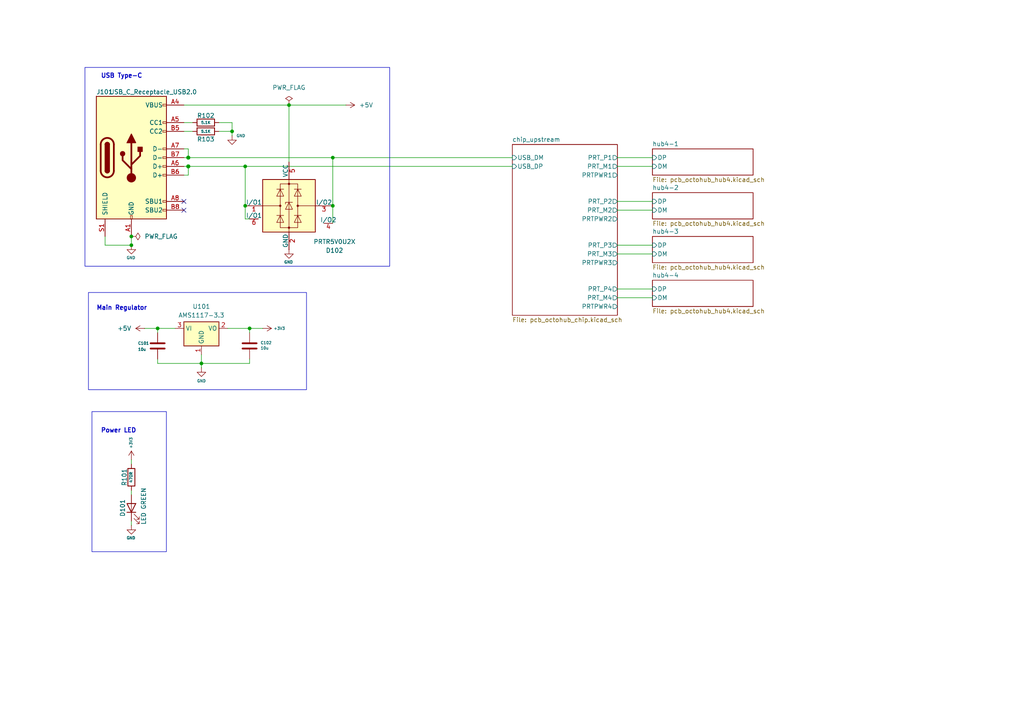
<source format=kicad_sch>
(kicad_sch (version 20231120) (generator "eeschema") (generator_version "8.0")
  (paper "A4")
  (title_block (title "Octoprobe octohub") (date "2024-05-22") (rev "0.1") (company "Hans Märki, Märki Informatik") (comment 1 "The MIT License (MIT)"))
  (lib_symbols
    (symbol "00_project_library:AMS1117-3.3"
      (property "Reference" "U" (at -3.81 3.175 0))
      (property "Value" "AMS1117-3.3" (at 0 3.175 0))
      (symbol "AMS1117-3.3_0_1"
        (rectangle (start -5.08 1.905) (end 5.08 -5.08) (stroke (width 0.254)) (fill (type background)))
      )
      (symbol "AMS1117-3.3_1_1"
        (pin power_in line (at 0 -7.62 90) (length 2.54) (name "GND") (number "1"))
        (pin power_out line (at 7.62 0 180) (length 2.54) (name "VO") (number "2"))
        (pin power_in line (at -7.62 0 0) (length 2.54) (name "VI") (number "3"))
      )
    )
    (symbol "00_project_library:C" (pin_numbers hide) (pin_names (offset 0.254))
      (property "Reference" "C" (at 0.635 2.54 0))
      (property "Value" "C" (at 0.635 -2.54 0))
      (symbol "C_0_1"
        (polyline (pts (xy -2.032 -0.762) (xy 2.032 -0.762)) (stroke (width 0.508)))
        (polyline (pts (xy -2.032 0.762) (xy 2.032 0.762)) (stroke (width 0.508)))
      )
      (symbol "C_1_1"
        (pin passive line (at 0 3.81 270) (length 2.794) (name "~") (number "1"))
        (pin passive line (at 0 -3.81 90) (length 2.794) (name "~") (number "2"))
      )
    )
    (symbol "00_project_library:LED GREEN" (pin_numbers hide) (pin_names (offset 1.016) hide)
      (property "Reference" "D" (at 0 2.54 0))
      (property "Value" "LED GREEN" (at 0 -2.54 0))
      (symbol "LED GREEN_0_1"
        (polyline (pts (xy -1.27 -1.27) (xy -1.27 1.27)) (stroke (width 0.254)))
        (polyline (pts (xy -1.27 0) (xy 1.27 0)))
        (polyline (pts (xy 1.27 -1.27) (xy 1.27 1.27) (xy -1.27 0) (xy 1.27 -1.27)) (stroke (width 0.254)))
        (polyline (pts (xy -3.048 -0.762) (xy -4.572 -2.286) (xy -3.81 -2.286) (xy -4.572 -2.286) (xy -4.572 -1.524)))
        (polyline (pts (xy -1.778 -0.762) (xy -3.302 -2.286) (xy -2.54 -2.286) (xy -3.302 -2.286) (xy -3.302 -1.524)))
      )
      (symbol "LED GREEN_1_1"
        (pin passive line (at -3.81 0 0) (length 2.54) (name "K") (number "1"))
        (pin passive line (at 3.81 0 180) (length 2.54) (name "A") (number "2"))
      )
    )
    (symbol "00_project_library:PRTR5V0U2X" (pin_names (offset 0))
      (property "Reference" "D" (at 2.794 8.636 0))
      (property "Value" "PRTR5V0U2X" (at 8.128 -9.398 0))
      (property "JLC" "C2937001" (at 0 0 0))
      (symbol "PRTR5V0U2X_0_1"
        (rectangle (start -7.62 7.62) (end 7.62 -7.62) (stroke (width 0.254)) (fill (type background)))
        (circle (center -2.54 0) (radius 0.254) (fill (type outline)))
        (rectangle (start -2.54 6.35) (end 2.54 -6.35))
        (circle (center 0 -6.35) (radius 0.254) (fill (type outline)))
        (polyline (pts (xy -2.54 0) (xy -7.62 0)))
        (polyline (pts (xy -1.524 -2.794) (xy -3.556 -2.794)))
        (polyline (pts (xy -1.524 4.826) (xy -3.556 4.826)))
        (polyline (pts (xy 0 -7.62) (xy 0 7.62)))
        (polyline (pts (xy 1.524 -2.794) (xy 3.556 -2.794)))
        (polyline (pts (xy 1.524 4.826) (xy 3.556 4.826)))
        (polyline (pts (xy 2.54 0) (xy 7.62 0)))
        (polyline (pts (xy 1.016 1.016) (xy -1.016 1.016) (xy -1.016 0.508)))
        (polyline (pts (xy -3.556 -4.826) (xy -1.524 -4.826) (xy -2.54 -2.794) (xy -3.556 -4.826)))
        (polyline (pts (xy -3.556 2.794) (xy -1.524 2.794) (xy -2.54 4.826) (xy -3.556 2.794)))
        (polyline (pts (xy -1.016 -1.016) (xy 1.016 -1.016) (xy 0 1.016) (xy -1.016 -1.016)))
        (polyline (pts (xy 3.556 -4.826) (xy 1.524 -4.826) (xy 2.54 -2.794) (xy 3.556 -4.826)))
        (polyline (pts (xy 3.556 2.794) (xy 1.524 2.794) (xy 2.54 4.826) (xy 3.556 2.794)))
        (circle (center 0 6.35) (radius 0.254) (fill (type outline)))
        (circle (center 2.54 0) (radius 0.254) (fill (type outline)))
      )
      (symbol "PRTR5V0U2X_1_0"
        (pin passive line (at 12.7 -5.08 180) (length 2.54) (name "I/O2") (number "4"))
        (pin passive line (at -11.43 -3.81 0) (length 2.54) (name "I/O1") (number "6"))
      )
      (symbol "PRTR5V0U2X_1_1"
        (pin passive line (at -12.7 0 0) (length 5.08) (name "I/O1") (number "1"))
        (pin passive line (at 0 -12.7 90) (length 5.08) (name "GND") (number "2"))
        (pin passive line (at 12.7 0 180) (length 5.08) (name "I/O2") (number "3"))
        (pin passive line (at 0 12.7 270) (length 5.08) (name "VCC") (number "5"))
      )
    )
    (symbol "00_project_library:USB_C_Receptacle_USB2.0" (pin_names (offset 1.016))
      (property "Reference" "J" (at -10.16 19.05 0))
      (property "Value" "USB_C_Receptacle_USB2.0" (at 19.05 19.05 0))
      (symbol "USB_C_Receptacle_USB2.0_0_0"
        (rectangle (start -0.254 -17.78) (end 0.254 -16.764))
        (rectangle (start 10.16 -14.986) (end 9.144 -15.494))
        (rectangle (start 10.16 -12.446) (end 9.144 -12.954))
        (rectangle (start 10.16 -4.826) (end 9.144 -5.334))
        (rectangle (start 10.16 -2.286) (end 9.144 -2.794))
        (rectangle (start 10.16 0.254) (end 9.144 -0.254))
        (rectangle (start 10.16 2.794) (end 9.144 2.286))
        (rectangle (start 10.16 7.874) (end 9.144 7.366))
        (rectangle (start 10.16 10.414) (end 9.144 9.906))
        (rectangle (start 10.16 15.494) (end 9.144 14.986))
      )
      (symbol "USB_C_Receptacle_USB2.0_0_1"
        (rectangle (start -10.16 17.78) (end 10.16 -17.78) (stroke (width 0.254)) (fill (type background)))
        (arc (start -8.89 -3.81) (mid -6.985 -5.7067) (end -5.08 -3.81) (stroke (width 0.508)))
        (arc (start -7.62 -3.81) (mid -6.985 -4.4423) (end -6.35 -3.81) (stroke (width 0.254)))
        (arc (start -7.62 -3.81) (mid -6.985 -4.4423) (end -6.35 -3.81) (stroke (width 0.254)) (fill (type outline)))
        (rectangle (start -7.62 3.81) (end -6.35 -3.81) (stroke (width 0.254)) (fill (type outline)))
        (arc (start -6.35 3.81) (mid -6.985 4.4423) (end -7.62 3.81) (stroke (width 0.254)))
        (arc (start -6.35 3.81) (mid -6.985 4.4423) (end -7.62 3.81) (stroke (width 0.254)) (fill (type outline)))
        (arc (start -5.08 3.81) (mid -6.985 5.7067) (end -8.89 3.81) (stroke (width 0.508)))
        (circle (center -2.54 1.143) (radius 0.635) (stroke (width 0.254)) (fill (type outline)))
        (circle (center 0 -5.842) (radius 1.27) (fill (type outline)))
        (polyline (pts (xy -8.89 -3.81) (xy -8.89 3.81)) (stroke (width 0.508)))
        (polyline (pts (xy -5.08 3.81) (xy -5.08 -3.81)) (stroke (width 0.508)))
        (polyline (pts (xy 0 -5.842) (xy 0 4.318)) (stroke (width 0.508)))
        (polyline (pts (xy 0 -3.302) (xy -2.54 -0.762) (xy -2.54 0.508)) (stroke (width 0.508)))
        (polyline (pts (xy 0 -2.032) (xy 2.54 0.508) (xy 2.54 1.778)) (stroke (width 0.508)))
        (polyline (pts (xy -1.27 4.318) (xy 0 6.858) (xy 1.27 4.318) (xy -1.27 4.318)) (stroke (width 0.254)) (fill (type outline)))
        (rectangle (start 1.905 1.778) (end 3.175 3.048) (stroke (width 0.254)) (fill (type outline)))
      )
      (symbol "USB_C_Receptacle_USB2.0_1_1"
        (pin passive line (at 0 -22.86 90) (length 5.08) (name "GND") (number "A1"))
        (pin passive line (at 0 -22.86 90) (length 5.08) hide (name "GND") (number "A12"))
        (pin passive line (at 15.24 15.24 180) (length 5.08) (name "VBUS") (number "A4"))
        (pin bidirectional line (at 15.24 10.16 180) (length 5.08) (name "CC1") (number "A5"))
        (pin bidirectional line (at 15.24 -2.54 180) (length 5.08) (name "D+") (number "A6"))
        (pin bidirectional line (at 15.24 2.54 180) (length 5.08) (name "D-") (number "A7"))
        (pin bidirectional line (at 15.24 -12.7 180) (length 5.08) (name "SBU1") (number "A8"))
        (pin passive line (at 15.24 15.24 180) (length 5.08) hide (name "VBUS") (number "A9"))
        (pin passive line (at 0 -22.86 90) (length 5.08) hide (name "GND") (number "B1"))
        (pin passive line (at 0 -22.86 90) (length 5.08) hide (name "GND") (number "B12"))
        (pin passive line (at 15.24 15.24 180) (length 5.08) hide (name "VBUS") (number "B4"))
        (pin bidirectional line (at 15.24 7.62 180) (length 5.08) (name "CC2") (number "B5"))
        (pin bidirectional line (at 15.24 -5.08 180) (length 5.08) (name "D+") (number "B6"))
        (pin bidirectional line (at 15.24 0 180) (length 5.08) (name "D-") (number "B7"))
        (pin bidirectional line (at 15.24 -15.24 180) (length 5.08) (name "SBU2") (number "B8"))
        (pin passive line (at 15.24 15.24 180) (length 5.08) hide (name "VBUS") (number "B9"))
        (pin passive line (at -7.62 -22.86 90) (length 5.08) (name "SHIELD") (number "S1"))
      )
    )
    (symbol "Device:R" (pin_numbers hide) (pin_names (offset 0))
      (property "Reference" "R" (at 2.032 0 90))
      (property "Value" "R" (at 0 0 90))
      (symbol "R_0_1"
        (rectangle (start -1.016 -2.54) (end 1.016 2.54) (stroke (width 0.254)))
      )
      (symbol "R_1_1"
        (pin passive line (at 0 3.81 270) (length 1.27) (name "~") (number "1"))
        (pin passive line (at 0 -3.81 90) (length 1.27) (name "~") (number "2"))
      )
    )
    (symbol "power:+3V3" (power) (pin_numbers hide) (pin_names (offset 0) hide)
      (property "Value" "+3V3" (at 0 3.556 0))
      (symbol "+3V3_0_1"
        (polyline (pts (xy -0.762 1.27) (xy 0 2.54)))
        (polyline (pts (xy 0 0) (xy 0 2.54)))
        (polyline (pts (xy 0 2.54) (xy 0.762 1.27)))
      )
      (symbol "+3V3_1_1"
        (pin power_in line (at 0 0 90) (length 0) (name "~") (number "1"))
      )
    )
    (symbol "power:+5V" (power) (pin_numbers hide) (pin_names (offset 0) hide)
      (property "Value" "+5V" (at 0 3.556 0))
      (symbol "+5V_0_1"
        (polyline (pts (xy -0.762 1.27) (xy 0 2.54)))
        (polyline (pts (xy 0 0) (xy 0 2.54)))
        (polyline (pts (xy 0 2.54) (xy 0.762 1.27)))
      )
      (symbol "+5V_1_1"
        (pin power_in line (at 0 0 90) (length 0) (name "~") (number "1"))
      )
    )
    (symbol "power:GND" (power) (pin_numbers hide) (pin_names (offset 0) hide)
      (property "Value" "GND" (at 0 -3.81 0))
      (symbol "GND_0_1"
        (polyline (pts (xy 0 0) (xy 0 -1.27) (xy 1.27 -1.27) (xy 0 -2.54) (xy -1.27 -1.27) (xy 0 -1.27)))
      )
      (symbol "GND_1_1"
        (pin power_in line (at 0 0 270) (length 0) (name "~") (number "1"))
      )
    )
    (symbol "power:PWR_FLAG" (power) (pin_numbers hide) (pin_names (offset 0) hide)
      (property "Value" "PWR_FLAG" (at 0 3.81 0))
      (symbol "PWR_FLAG_0_0"
        (pin power_out line (at 0 0 90) (length 0) (name "~") (number "1"))
      )
      (symbol "PWR_FLAG_0_1"
        (polyline (pts (xy 0 0) (xy 0 1.27) (xy -1.016 1.905) (xy 0 2.54) (xy 1.016 1.905) (xy 0 1.27)))
      )
    )
  )
  (junction (at 67.31 38.1))
  (junction (at 58.42 105.41))
  (junction (at 45.72 95.25))
  (junction (at 54.61 48.26) (diameter 1.016))
  (junction (at 96.52 59.69))
  (junction (at 71.12 59.69))
  (junction (at 72.39 95.25))
  (junction (at 83.82 30.48))
  (junction (at 71.12 48.26))
  (junction (at 96.52 45.72))
  (junction (at 38.1 68.58))
  (junction (at 38.1 71.12))
  (junction (at 54.61 45.72) (diameter 1.016))
  (no_connect (at 53.34 60.96))
  (no_connect (at 53.34 58.42))
  (wire (pts (xy 63.5 35.56) (xy 67.31 35.56)))
  (wire (pts (xy 96.52 59.69) (xy 96.52 64.77)))
  (wire (pts (xy 71.12 63.5) (xy 71.12 59.69)))
  (wire (pts (xy 179.07 48.26) (xy 189.23 48.26)))
  (wire (pts (xy 72.39 96.52) (xy 72.39 95.25)))
  (wire (pts (xy 58.42 105.41) (xy 58.42 106.68)))
  (wire (pts (xy 96.52 59.69) (xy 96.52 45.72)))
  (wire (pts (xy 45.72 104.14) (xy 45.72 105.41)))
  (wire (pts (xy 71.12 63.5) (xy 72.39 63.5)))
  (wire (pts (xy 45.72 95.25) (xy 45.72 96.52)))
  (wire (pts (xy 179.07 60.96) (xy 189.23 60.96)))
  (wire (pts (xy 179.07 73.66) (xy 189.23 73.66)))
  (wire (pts (xy 38.1 68.58) (xy 38.1 71.12)))
  (wire (pts (xy 30.48 71.12) (xy 38.1 71.12)))
  (wire (pts (xy 54.61 48.26) (xy 71.12 48.26)))
  (wire (pts (xy 189.23 58.42) (xy 179.07 58.42)))
  (wire (pts (xy 58.42 102.87) (xy 58.42 105.41)))
  (wire (pts (xy 53.34 45.72) (xy 54.61 45.72)))
  (wire (pts (xy 54.61 45.72) (xy 96.52 45.72)))
  (wire (pts (xy 45.72 105.41) (xy 58.42 105.41)))
  (wire (pts (xy 83.82 30.48) (xy 83.82 46.99)))
  (wire (pts (xy 50.8 95.25) (xy 45.72 95.25)))
  (wire (pts (xy 71.12 48.26) (xy 71.12 59.69)))
  (wire (pts (xy 53.34 38.1) (xy 55.88 38.1)))
  (wire (pts (xy 63.5 38.1) (xy 67.31 38.1)))
  (wire (pts (xy 41.91 95.25) (xy 45.72 95.25)))
  (wire (pts (xy 53.34 30.48) (xy 83.82 30.48)))
  (wire (pts (xy 76.2 95.25) (xy 72.39 95.25)))
  (wire (pts (xy 179.07 45.72) (xy 189.23 45.72)))
  (wire (pts (xy 38.1 134.62) (xy 38.1 133.35)))
  (wire (pts (xy 58.42 105.41) (xy 72.39 105.41)))
  (wire (pts (xy 30.48 68.58) (xy 30.48 71.12)))
  (wire (pts (xy 179.07 86.36) (xy 189.23 86.36)))
  (wire (pts (xy 67.31 38.1) (xy 67.31 39.37)))
  (wire (pts (xy 179.07 71.12) (xy 189.23 71.12)))
  (wire (pts (xy 179.07 83.82) (xy 189.23 83.82)))
  (wire (pts (xy 72.39 95.25) (xy 66.04 95.25)))
  (wire (pts (xy 53.34 35.56) (xy 55.88 35.56)))
  (wire (pts (xy 71.12 48.26) (xy 148.59 48.26)))
  (wire (pts (xy 53.34 43.18) (xy 54.61 43.18)))
  (wire (pts (xy 72.39 104.14) (xy 72.39 105.41)))
  (wire (pts (xy 53.34 50.8) (xy 54.61 50.8)))
  (wire (pts (xy 54.61 43.18) (xy 54.61 45.72)))
  (wire (pts (xy 96.52 45.72) (xy 148.59 45.72)))
  (wire (pts (xy 67.31 35.56) (xy 67.31 38.1)))
  (wire (pts (xy 38.1 142.24) (xy 38.1 143.51)))
  (wire (pts (xy 83.82 30.48) (xy 100.33 30.48)))
  (wire (pts (xy 53.34 48.26) (xy 54.61 48.26)))
  (wire (pts (xy 38.1 151.13) (xy 38.1 152.4)))
  (wire (pts (xy 54.61 50.8) (xy 54.61 48.26)))
  (rectangle (start 25.654 84.836) (end 88.9 113.03))
  (rectangle (start 24.638 19.558) (end 113.03 77.216))
  (rectangle (start 26.67 119.38) (end 48.26 160.02))
  (text "USB Type-C" (at 29.21 22.86 0) (effects (font (size 1.27 1.27) (thickness 0.254) (bold yes)) (justify left bottom)))
  (text "Power LED" (at 29.21 125.73 0) (effects (font (size 1.27 1.27) (thickness 0.254) (bold yes)) (justify left bottom)))
  (text "Main Regulator" (at 27.94 90.17 0) (effects (font (size 1.27 1.27) (thickness 0.254) (bold yes)) (justify left bottom)))
  (symbol (lib_id "power:GND") (at 83.82 72.39 0) (unit 1)
    (property "Reference" "#PWR0108" (effects (hide yes)))
    (property "Value" "GND" (at 83.693 76.0222 0) (effects (font (size 0.8 0.8))))
    (property "Description" "Power symbol creates a global label with name \"GND\" , ground" (effects (hide yes)))
  )
  (symbol (lib_id "00_project_library:PRTR5V0U2X") (at 83.82 59.69 0) (unit 1)
    (property "Reference" "D102" (at 97.028 72.644 0))
    (property "Value" "PRTR5V0U2X" (at 97.028 70.104 0))
    (property "Footprint" "Package_SON:Texas_USON-6_1x1.45mm_P0.5mm_SMD" (effects (hide yes)))
    (property "Datasheet" "https://wmsc.lcsc.com/wmsc/upload/file/pdf/v2/lcsc/2201121800_TECH-PUBLIC-PRTR5V0U2F_C2937001.pdf" (effects (hide yes)))
    (property "Description" "Ultra low capacitance double rail-to-rail ESD protection diode, SON-6(1x1.5)" (effects (hide yes)))
    (property "JLC" "C2937001" (effects (hide yes)))
  )
  (symbol (lib_id "power:+3V3") (at 38.1 133.35 0) (unit 1)
    (property "Reference" "#PWR0102" (effects (hide yes)))
    (property "Value" "+3V3" (at 37.973 128.4478 90) (effects (font (size 0.8 0.8))))
    (property "Description" "Power symbol creates a global label with name \"+3V3\"" (effects (hide yes)))
  )
  (symbol (lib_id "Device:R") (at 38.1 138.43 180) (unit 1)
    (property "Reference" "R101" (at 36.068 138.43 90))
    (property "Value" "470R" (at 37.9984 138.43 90) (effects (font (size 0.8 0.8))))
    (property "Footprint" "Resistor_SMD:R_0402_1005Metric_Pad0.72x0.64mm_HandSolder" (effects (hide yes)))
  )
  (symbol (lib_id "power:GND") (at 38.1 71.12 0) (unit 1)
    (property "Reference" "#PWR0101" (effects (hide yes)))
    (property "Value" "GND" (at 37.973 74.7522 0) (effects (font (size 0.8 0.8))))
    (property "Description" "Power symbol creates a global label with name \"GND\" , ground" (effects (hide yes)))
  )
  (symbol (lib_id "power:PWR_FLAG") (at 83.82 30.48 0) (unit 1)
    (property "Reference" "#FLG0102" (effects (hide yes)))
    (property "Value" "PWR_FLAG" (at 83.82 25.4 0))
    (property "Description" "Special symbol for telling ERC where power comes from" (effects (hide yes)))
  )
  (symbol (lib_id "power:+3V3") (at 76.2 95.25 270) (unit 1)
    (property "Reference" "#PWR0107" (effects (hide yes)))
    (property "Value" "+3V3" (at 81.026 95.25 90) (effects (font (size 0.8 0.8))))
    (property "Description" "Power symbol creates a global label with name \"+3V3\"" (effects (hide yes)))
  )
  (symbol (lib_id "00_project_library:C") (at 45.72 100.33 0) (unit 1)
    (property "Reference" "C101" (at 40.005 99.5426 0) (effects (font (size 0.8 0.8)) (justify left)))
    (property "Value" "10u" (at 40.005 101.346 0) (effects (font (size 0.8 0.8)) (justify left)))
    (property "Footprint" "Capacitor_SMD:C_0603_1608Metric" (effects (hide yes)))
  )
  (symbol (lib_id "power:GND") (at 58.42 106.68 0) (unit 1)
    (property "Reference" "#PWR0105" (effects (hide yes)))
    (property "Value" "GND" (at 58.42 110.49 0) (effects (font (size 0.8 0.8))))
    (property "Description" "Power symbol creates a global label with name \"GND\" , ground" (effects (hide yes)))
  )
  (symbol (lib_id "Device:R") (at 59.69 35.56 90) (unit 1)
    (property "Reference" "R102" (at 59.69 33.528 90))
    (property "Value" "5.1K" (at 59.69 35.56 90) (effects (font (size 0.8 0.8))))
    (property "Footprint" "Resistor_SMD:R_0402_1005Metric_Pad0.72x0.64mm_HandSolder" (effects (hide yes)))
  )
  (symbol (lib_id "00_project_library:USB_C_Receptacle_USB2.0") (at 38.1 45.72 0) (unit 1)
    (property "Reference" "J101" (at 27.94 26.67 0) (effects (justify left)))
    (property "Value" "USB_C_Receptacle_USB2.0" (at 57.15 26.67 0) (effects (justify right)))
    (property "Footprint" "00_project_library:USB_C_Receptacle_Palconn_UTC16-G" (effects (hide yes)))
    (property "Datasheet" "https://www.usb.org/sites/default/files/documents/usb_type-c.zip" (effects (hide yes)))
    (property "JLC" "C165948" (effects (hide yes)))
    (property "DigiKey" "https://www.digikey.com/en/products/detail/gct/USB4105-GF-A/11198441" (effects (hide yes)))
    (property "Digikey" "https://www.digikey.com/en/products/detail/gct/USB4105-GF-A/11198441" (effects (hide yes)))
  )
  (symbol (lib_id "power:+5V") (at 100.33 30.48 270) (unit 1)
    (property "Reference" "#PWR0109" (effects (hide yes)))
    (property "Value" "+5V" (at 104.14 30.4799 90) (effects (justify left)))
    (property "Description" "Power symbol creates a global label with name \"+5V\"" (effects (hide yes)))
  )
  (symbol (lib_id "power:GND") (at 67.31 39.37 0) (unit 1)
    (property "Reference" "#PWR0106" (effects (hide yes)))
    (property "Value" "GND" (at 69.85 39.37 0) (effects (font (size 0.8 0.8))))
    (property "Description" "Power symbol creates a global label with name \"GND\" , ground" (effects (hide yes)))
  )
  (symbol (lib_id "power:+5V") (at 41.91 95.25 90) (unit 1)
    (property "Reference" "#PWR0104" (effects (hide yes)))
    (property "Value" "+5V" (at 38.1 95.2499 90) (effects (justify left)))
    (property "Description" "Power symbol creates a global label with name \"+5V\"" (effects (hide yes)))
  )
  (symbol (lib_id "00_project_library:AMS1117-3.3") (at 58.42 95.25 0) (unit 1)
    (property "Reference" "U101" (at 58.42 88.9 0))
    (property "Value" "AMS1117-3.3" (at 58.42 91.44 0))
    (property "Footprint" "00_project_library:SOT-223-3_TabPin2" (effects (hide yes)))
    (property "Datasheet" "http://www.advanced-monolithic.com/pdf/ds1117.pdf" (effects (hide yes)))
    (property "JLC" "C6186" (effects (hide yes)))
  )
  (symbol (lib_id "power:GND") (at 38.1 152.4 0) (unit 1)
    (property "Reference" "#PWR0103" (effects (hide yes)))
    (property "Value" "GND" (at 37.973 156.0322 0) (effects (font (size 0.8 0.8))))
    (property "Description" "Power symbol creates a global label with name \"GND\" , ground" (effects (hide yes)))
  )
  (symbol (lib_id "00_project_library:C") (at 72.39 100.33 0) (unit 1)
    (property "Reference" "C102" (at 75.565 99.4156 0) (effects (font (size 0.8 0.8)) (justify left)))
    (property "Value" "10u" (at 75.565 100.965 0) (effects (font (size 0.8 0.8)) (justify left)))
    (property "Footprint" "Capacitor_SMD:C_0603_1608Metric" (effects (hide yes)))
  )
  (symbol (lib_id "00_project_library:LED GREEN") (at 38.1 147.32 90) (unit 1)
    (property "Reference" "D101" (at 35.56 147.32 0))
    (property "Value" "LED GREEN" (at 41.656 146.812 0))
    (property "Footprint" "00_project_library:LED_0603_1608Metric" (effects (hide yes)))
    (property "JLC" "C2297" (effects (hide yes)))
  )
  (symbol (lib_id "power:PWR_FLAG") (at 38.1 68.58 270) (unit 1)
    (property "Reference" "#FLG0101" (effects (hide yes)))
    (property "Value" "PWR_FLAG" (at 41.91 68.5799 90) (effects (justify left)))
    (property "Description" "Special symbol for telling ERC where power comes from" (effects (hide yes)))
  )
  (symbol (lib_id "Device:R") (at 59.69 38.1 90) (unit 1)
    (property "Reference" "R103" (at 59.69 40.386 90))
    (property "Value" "5.1K" (at 59.69 38.1 90) (effects (font (size 0.8 0.8))))
    (property "Footprint" "Resistor_SMD:R_0402_1005Metric_Pad0.72x0.64mm_HandSolder" (effects (hide yes)))
  )
  (sheet (at 189.23 68.58) (size 29.21 7.62) (stroke (width 0.1524))
    (property "Sheetname" "hub4-3" (at 189.23 67.8684 0) (effects (justify left bottom)))
    (property "Sheetfile" "pcb_octohub_hub4.kicad_sch" (at 189.23 76.7846 0) (effects (justify left top)))
    (pin "DM" input (at 189.23 73.66 180))
    (pin "DP" input (at 189.23 71.12 180))
  )
  (sheet (at 189.23 81.28) (size 29.21 7.62) (stroke (width 0.1524))
    (property "Sheetname" "hub4-4" (at 189.23 80.5684 0) (effects (justify left bottom)))
    (property "Sheetfile" "pcb_octohub_hub4.kicad_sch" (at 189.23 89.4846 0) (effects (justify left top)))
    (pin "DM" input (at 189.23 86.36 180))
    (pin "DP" input (at 189.23 83.82 180))
  )
  (sheet (at 189.23 55.88) (size 29.21 7.62) (stroke (width 0.1524))
    (property "Sheetname" "hub4-2" (at 189.23 55.1684 0) (effects (justify left bottom)))
    (property "Sheetfile" "pcb_octohub_hub4.kicad_sch" (at 189.23 64.0846 0) (effects (justify left top)))
    (pin "DM" input (at 189.23 60.96 180))
    (pin "DP" input (at 189.23 58.42 180))
  )
  (sheet (at 148.59 41.91) (size 30.48 49.53) (stroke (width 0.1524))
    (property "Sheetname" "chip_upstream" (at 148.59 41.1984 0) (effects (justify left bottom)))
    (property "Sheetfile" "pcb_octohub_chip.kicad_sch" (at 148.59 92.0246 0) (effects (justify left top)))
    (pin "PRT_P3" output (at 179.07 71.12 0))
    (pin "PRT_M3" output (at 179.07 73.66 0))
    (pin "PRTPWR3" output (at 179.07 76.2 0))
    (pin "PRT_P4" output (at 179.07 83.82 0))
    (pin "PRT_M4" output (at 179.07 86.36 0))
    (pin "PRTPWR4" output (at 179.07 88.9 0))
    (pin "PRT_P2" output (at 179.07 58.42 0))
    (pin "PRT_M2" output (at 179.07 60.96 0))
    (pin "PRTPWR2" output (at 179.07 63.5 0))
    (pin "PRTPWR1" output (at 179.07 50.8 0))
    (pin "PRT_M1" output (at 179.07 48.26 0))
    (pin "PRT_P1" output (at 179.07 45.72 0))
    (pin "USB_DM" input (at 148.59 45.72 180))
    (pin "USB_DP" input (at 148.59 48.26 180))
  )
  (sheet (at 189.23 43.18) (size 29.21 7.62) (stroke (width 0.1524))
    (property "Sheetname" "hub4-1" (at 189.23 42.4684 0) (effects (justify left bottom)))
    (property "Sheetfile" "pcb_octohub_hub4.kicad_sch" (at 189.23 51.3846 0) (effects (justify left top)))
    (pin "DM" input (at 189.23 48.26 180))
    (pin "DP" input (at 189.23 45.72 180))
  )
)
</source>
